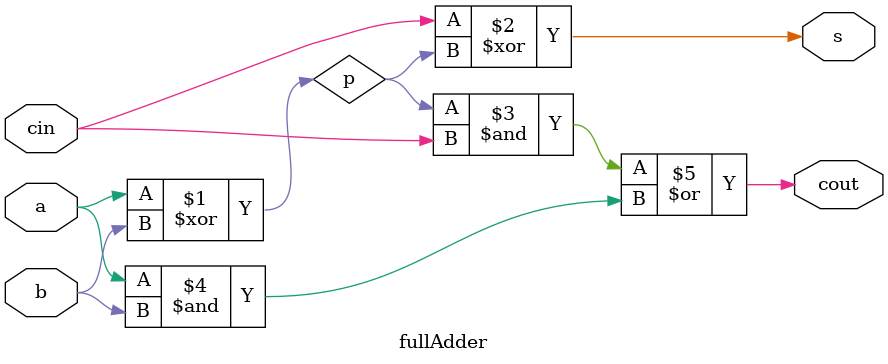
<source format=v>
module fullAdder(s, cout, a, b, cin);
output s, cout;
input a, b, cin;

wire p;

assign p = a^b;
assign s = cin^p;
assign cout = (p&cin)|(a&b);

endmodule 
</source>
